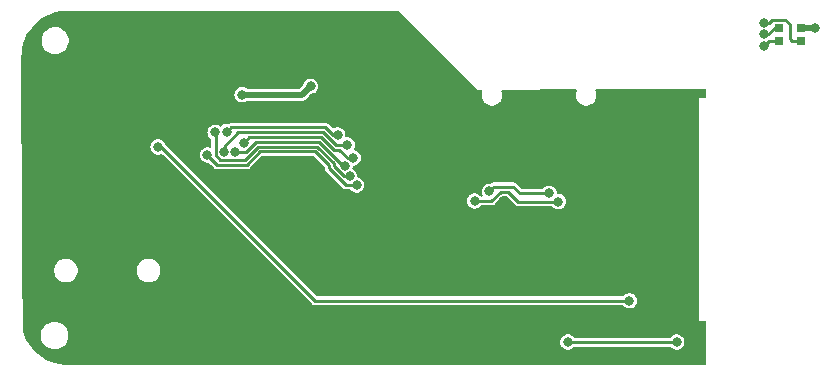
<source format=gbr>
%TF.GenerationSoftware,KiCad,Pcbnew,8.0.8-8.0.8-0~ubuntu22.04.1*%
%TF.CreationDate,2025-02-03T23:54:13+00:00*%
%TF.ProjectId,numcalcium,6e756d63-616c-4636-9975-6d2e6b696361,rev?*%
%TF.SameCoordinates,Original*%
%TF.FileFunction,Copper,L1,Top*%
%TF.FilePolarity,Positive*%
%FSLAX46Y46*%
G04 Gerber Fmt 4.6, Leading zero omitted, Abs format (unit mm)*
G04 Created by KiCad (PCBNEW 8.0.8-8.0.8-0~ubuntu22.04.1) date 2025-02-03 23:54:13*
%MOMM*%
%LPD*%
G01*
G04 APERTURE LIST*
%TA.AperFunction,SMDPad,CuDef*%
%ADD10R,0.700000X0.700000*%
%TD*%
%TA.AperFunction,ViaPad*%
%ADD11C,0.800000*%
%TD*%
%TA.AperFunction,Conductor*%
%ADD12C,0.250000*%
%TD*%
%TA.AperFunction,Conductor*%
%ADD13C,0.500000*%
%TD*%
G04 APERTURE END LIST*
D10*
%TO.P,D41,1,DOUT*%
%TO.N,/Front/LED_RETURN*%
X63655667Y42642596D03*
%TO.P,D41,2,VSS*%
%TO.N,GND*%
X63655667Y41542596D03*
%TO.P,D41,3,DIN*%
%TO.N,/Front/LED*%
X65485667Y41542596D03*
%TO.P,D41,4,VDD*%
%TO.N,/Front/VDD*%
X65485667Y42642596D03*
%TD*%
D11*
%TO.N,/Front/LED_RETURN*%
X62407293Y42111660D03*
%TO.N,/Front/LED*%
X62372717Y43071040D03*
%TO.N,GND*%
X15292000Y36236000D03*
X47992000Y21536000D03*
%TO.N,/Front/VDD*%
X66692000Y42636000D03*
%TO.N,GND*%
X62392000Y41146000D03*
%TO.N,/Front/SD_CS*%
X27900757Y29332599D03*
%TO.N,Net-(BZ1--)*%
X54999448Y16036000D03*
%TO.N,/Front/SD_CS*%
X37884757Y27982599D03*
%TO.N,GND*%
X31992000Y41536000D03*
%TO.N,/Front/VDD*%
X24000757Y37682599D03*
%TO.N,/Front/LCD_CS*%
X16916388Y33852599D03*
%TO.N,GND*%
X34784757Y36482599D03*
X10692000Y25436000D03*
X31992000Y16036000D03*
X15492000Y29936000D03*
X992000Y24236000D03*
X992000Y20036000D03*
%TO.N,/Front/MOSI*%
X44192000Y28615678D03*
%TO.N,GND*%
X7692000Y29436000D03*
%TO.N,/Front/LCD_CS*%
X26300757Y33572599D03*
%TO.N,GND*%
X36992000Y16036000D03*
X26800757Y27932599D03*
X27000757Y22532599D03*
X43492000Y36036000D03*
X6492000Y16036000D03*
%TO.N,/Front/LCD_DC*%
X18324878Y32909026D03*
%TO.N,/Front/SD_CS*%
X15272920Y31881968D03*
%TO.N,GND*%
X14492000Y28136000D03*
X27000757Y21432599D03*
X46992000Y18036000D03*
X27000757Y23632599D03*
X31992000Y21036000D03*
X24250757Y36682599D03*
X51284757Y28482599D03*
X17450757Y38955799D03*
X992000Y39036000D03*
X23492000Y41536000D03*
%TO.N,/Front/LCD_DC*%
X27600757Y31632599D03*
%TO.N,/Front/SD_CS*%
X44986678Y27930678D03*
%TO.N,GND*%
X17892000Y24836000D03*
X26992000Y16036000D03*
X6992000Y43036000D03*
X992000Y29036000D03*
X28492000Y28036000D03*
X31992000Y31536000D03*
X13492000Y41536000D03*
X1592000Y35236000D03*
X27492000Y35536000D03*
X42992000Y31536000D03*
X36992000Y21036000D03*
%TO.N,/Front/VDD*%
X18200757Y36982599D03*
%TO.N,GND*%
X18450757Y29398599D03*
X40284757Y27982599D03*
X34784757Y26982599D03*
X17692000Y27636000D03*
X50192000Y35336000D03*
%TO.N,/Front/MISO*%
X27303743Y30084382D03*
X15924911Y33787640D03*
%TO.N,/Front/CK*%
X27100757Y32732599D03*
X16642920Y32154414D03*
%TO.N,/Front/MOSI*%
X39148493Y28787601D03*
X26914064Y30961739D03*
X17602919Y32154414D03*
%TO.N,/Front/BUZZER*%
X11092000Y32567599D03*
X50992000Y19536000D03*
%TO.N,Net-(BZ1--)*%
X45792000Y16036000D03*
%TD*%
D12*
%TO.N,/Front/LCD_CS*%
X17296388Y34232599D02*
X25251848Y34232599D01*
D13*
%TO.N,/Front/VDD*%
X18200757Y36982599D02*
X23300757Y36982599D01*
X65492263Y42636000D02*
X65485667Y42642596D01*
X66692000Y42636000D02*
X65492263Y42636000D01*
D12*
%TO.N,/Front/SD_CS*%
X41597322Y27930678D02*
X40755401Y28772599D01*
X24402708Y32182599D02*
X25573646Y31011661D01*
X16095475Y31059413D02*
X18603658Y31059413D01*
X18603658Y31059413D02*
X19726844Y32182599D01*
X39312229Y27982599D02*
X37884757Y27982599D01*
X40102229Y28772599D02*
X39312229Y27982599D01*
%TO.N,/Front/LCD_CS*%
X25251848Y34232599D02*
X25911848Y33572599D01*
%TO.N,GND*%
X62788596Y41542596D02*
X63655667Y41542596D01*
%TO.N,/Front/LCD_DC*%
X18828451Y33412599D02*
X18324878Y32909026D01*
%TO.N,/Front/SD_CS*%
X26994639Y29332599D02*
X27900757Y29332599D01*
%TO.N,/Front/LCD_CS*%
X16916388Y33852599D02*
X17296388Y34232599D01*
%TO.N,GND*%
X63595670Y41482599D02*
X63655667Y41542596D01*
%TO.N,/Front/MISO*%
X19557016Y32592599D02*
X24572536Y32592599D01*
D13*
%TO.N,/Front/VDD*%
X23300757Y36982599D02*
X24000757Y37682599D01*
D12*
%TO.N,/Front/LED*%
X62814111Y43071040D02*
X63079071Y43336000D01*
%TO.N,GND*%
X62392000Y41146000D02*
X62788596Y41542596D01*
%TO.N,/Front/LED_RETURN*%
X62407293Y42111660D02*
X62767660Y42111660D01*
%TO.N,/Front/SD_CS*%
X25573646Y30753592D02*
X26994639Y29332599D01*
%TO.N,/Front/LED*%
X64785404Y41542596D02*
X65485667Y41542596D01*
%TO.N,/Front/SD_CS*%
X15272920Y31881968D02*
X16095475Y31059413D01*
%TO.N,/Front/LCD_CS*%
X25911848Y33572599D02*
X26300757Y33572599D01*
%TO.N,/Front/LED*%
X64592000Y42936000D02*
X64592000Y41736000D01*
X62372717Y43071040D02*
X62814111Y43071040D01*
X63079071Y43336000D02*
X64192000Y43336000D01*
X64592000Y41736000D02*
X64785404Y41542596D01*
X64192000Y43336000D02*
X64592000Y42936000D01*
%TO.N,/Front/LED_RETURN*%
X62767660Y42111660D02*
X63298596Y42642596D01*
X63298596Y42642596D02*
X63655667Y42642596D01*
%TO.N,/Front/LCD_DC*%
X26444758Y32322598D02*
X26002193Y32322598D01*
X24912192Y33412599D02*
X18828451Y33412599D01*
X27600757Y31632599D02*
X27134757Y31632599D01*
X26002193Y32322598D02*
X24912192Y33412599D01*
X27134757Y31632599D02*
X26444758Y32322598D01*
%TO.N,/Front/MISO*%
X15957920Y31870080D02*
X16358586Y31469414D01*
X18433831Y31469414D02*
X19557016Y32592599D01*
X15924911Y33787640D02*
X15957920Y33754631D01*
X15957920Y33754631D02*
X15957920Y31870080D01*
X24572536Y32592599D02*
X25983647Y31181488D01*
X25983647Y30923419D02*
X26822684Y30084382D01*
X16358586Y31469414D02*
X18433831Y31469414D01*
X26822684Y30084382D02*
X27303743Y30084382D01*
X25983647Y31181488D02*
X25983647Y30923419D01*
%TO.N,/Front/CK*%
X17874757Y33822599D02*
X25082020Y33822599D01*
X25082020Y33822599D02*
X26172020Y32732599D01*
X26172020Y32732599D02*
X27100757Y32732599D01*
X16642920Y32154414D02*
X16642920Y32590762D01*
X16642920Y32590762D02*
X17874757Y33822599D01*
%TO.N,/Front/MOSI*%
X26783224Y30961739D02*
X26914064Y30961739D01*
X39543491Y29182599D02*
X39148493Y28787601D01*
X44192000Y28615678D02*
X41712322Y28615678D01*
X24742364Y33002599D02*
X26783224Y30961739D01*
X41712322Y28615678D02*
X41145401Y29182599D01*
X18539003Y32154414D02*
X19387188Y33002599D01*
X17602919Y32154414D02*
X18539003Y32154414D01*
X41145401Y29182599D02*
X39543491Y29182599D01*
X19387188Y33002599D02*
X24742364Y33002599D01*
%TO.N,/Front/SD_CS*%
X40755401Y28772599D02*
X40102229Y28772599D01*
X25573646Y31011661D02*
X25573646Y30753592D01*
X19726844Y32182599D02*
X24402708Y32182599D01*
X44986678Y27930678D02*
X41597322Y27930678D01*
%TO.N,/Front/BUZZER*%
X11360401Y32567599D02*
X24392000Y19536000D01*
X24392000Y19536000D02*
X50992000Y19536000D01*
X11092000Y32567599D02*
X11360401Y32567599D01*
%TO.N,Net-(BZ1--)*%
X45892000Y15936000D02*
X45792000Y16036000D01*
X54999448Y16036000D02*
X45792000Y16036000D01*
%TD*%
%TA.AperFunction,Conductor*%
%TO.N,GND*%
G36*
X31485231Y44082751D02*
G01*
X31497234Y44072471D01*
X38150757Y37382599D01*
X38445495Y37384378D01*
X38503798Y37365822D01*
X38540060Y37316540D01*
X38540430Y37255356D01*
X38537558Y37247499D01*
X38512902Y37187973D01*
X38512902Y37187972D01*
X38512901Y37187969D01*
X38479257Y37018830D01*
X38479257Y36846367D01*
X38512902Y36677225D01*
X38512902Y36677223D01*
X38578896Y36517898D01*
X38578903Y36517887D01*
X38674712Y36374500D01*
X38674715Y36374496D01*
X38796654Y36252557D01*
X38796658Y36252554D01*
X38940044Y36156744D01*
X38940056Y36156738D01*
X39099382Y36090744D01*
X39268525Y36057099D01*
X39268528Y36057099D01*
X39440988Y36057099D01*
X39553749Y36079529D01*
X39610131Y36090744D01*
X39610132Y36090744D01*
X39769457Y36156738D01*
X39769469Y36156744D01*
X39872006Y36225259D01*
X39912856Y36252554D01*
X40034802Y36374500D01*
X40106389Y36481637D01*
X40130611Y36517887D01*
X40130617Y36517898D01*
X40196611Y36677223D01*
X40196612Y36677225D01*
X40230257Y36846370D01*
X40230257Y37018828D01*
X40196612Y37187973D01*
X40167421Y37258444D01*
X40162621Y37319437D01*
X40194590Y37371607D01*
X40251118Y37395022D01*
X40258288Y37395325D01*
X46445505Y37432689D01*
X46503809Y37414134D01*
X46540071Y37364852D01*
X46540441Y37303667D01*
X46537567Y37295806D01*
X46492902Y37187974D01*
X46492902Y37187972D01*
X46459257Y37018830D01*
X46459257Y36846367D01*
X46492902Y36677225D01*
X46492902Y36677223D01*
X46558896Y36517898D01*
X46558903Y36517887D01*
X46654712Y36374500D01*
X46654715Y36374496D01*
X46776654Y36252557D01*
X46776658Y36252554D01*
X46920044Y36156744D01*
X46920056Y36156738D01*
X47079382Y36090744D01*
X47248525Y36057099D01*
X47248528Y36057099D01*
X47420988Y36057099D01*
X47533749Y36079529D01*
X47590131Y36090744D01*
X47590132Y36090744D01*
X47749457Y36156738D01*
X47749469Y36156744D01*
X47852006Y36225259D01*
X47892856Y36252554D01*
X48014802Y36374500D01*
X48086389Y36481637D01*
X48110611Y36517887D01*
X48110617Y36517898D01*
X48176611Y36677223D01*
X48176612Y36677225D01*
X48210257Y36846370D01*
X48210257Y37018828D01*
X48176612Y37187973D01*
X48127510Y37306513D01*
X48122710Y37367509D01*
X48154680Y37419678D01*
X48211208Y37443093D01*
X48218377Y37443396D01*
X57392402Y37498797D01*
X57450706Y37480242D01*
X57486968Y37430960D01*
X57492000Y37399799D01*
X57492000Y36783199D01*
X57473093Y36725008D01*
X57423593Y36689044D01*
X57393000Y36684199D01*
X56892001Y36684199D01*
X56892000Y36684199D01*
X56892000Y17841399D01*
X56892001Y17841399D01*
X57393000Y17841399D01*
X57451191Y17822492D01*
X57487155Y17772992D01*
X57492000Y17742399D01*
X57492000Y14228642D01*
X57473093Y14170451D01*
X57423593Y14134487D01*
X57393000Y14129642D01*
X3388977Y14129642D01*
X3387725Y14129650D01*
X3190621Y14132142D01*
X3181538Y14132675D01*
X2788839Y14173949D01*
X2778630Y14175565D01*
X2393006Y14257532D01*
X2383023Y14260207D01*
X2008071Y14382035D01*
X1998437Y14385734D01*
X1638288Y14546082D01*
X1629064Y14550781D01*
X1287645Y14747899D01*
X1278981Y14753526D01*
X960024Y14985262D01*
X952003Y14991759D01*
X659025Y15255556D01*
X651717Y15262864D01*
X387919Y15555841D01*
X381423Y15563861D01*
X149683Y15882826D01*
X144056Y15891492D01*
X-53057Y16232903D01*
X-57756Y16242124D01*
X-218094Y16602254D01*
X-221808Y16611927D01*
X-248218Y16693207D01*
X1162739Y16693207D01*
X1162739Y16477870D01*
X1202306Y16266202D01*
X1202307Y16266200D01*
X1280096Y16065404D01*
X1387769Y15891505D01*
X1393456Y15882320D01*
X1538532Y15723179D01*
X1710363Y15593420D01*
X1710378Y15593411D01*
X1903130Y15497432D01*
X1903132Y15497431D01*
X1903133Y15497431D01*
X2110249Y15438501D01*
X2324668Y15418632D01*
X2539087Y15438501D01*
X2746203Y15497431D01*
X2938965Y15593415D01*
X2949633Y15601471D01*
X3110803Y15723179D01*
X3118367Y15731476D01*
X3255880Y15882320D01*
X3351035Y16036001D01*
X45136722Y16036001D01*
X45136722Y16035998D01*
X45155762Y15879183D01*
X45155763Y15879182D01*
X45211780Y15731476D01*
X45301515Y15601471D01*
X45419758Y15496718D01*
X45559635Y15423303D01*
X45713012Y15385500D01*
X45713015Y15385500D01*
X45870987Y15385500D01*
X46024364Y15423303D01*
X46094302Y15460010D01*
X46164240Y15496717D01*
X46282483Y15601470D01*
X46293712Y15617738D01*
X46342328Y15654888D01*
X46375188Y15660500D01*
X54416260Y15660500D01*
X54474451Y15641593D01*
X54497736Y15617738D01*
X54508963Y15601471D01*
X54627206Y15496718D01*
X54767083Y15423303D01*
X54920460Y15385500D01*
X54920463Y15385500D01*
X55078435Y15385500D01*
X55231812Y15423303D01*
X55301750Y15460010D01*
X55371688Y15496717D01*
X55489931Y15601470D01*
X55579668Y15731477D01*
X55635685Y15879182D01*
X55654726Y16036000D01*
X55635685Y16192818D01*
X55579668Y16340523D01*
X55489931Y16470530D01*
X55371688Y16575283D01*
X55231813Y16648696D01*
X55078433Y16686500D01*
X54920463Y16686500D01*
X54767083Y16648696D01*
X54627208Y16575283D01*
X54627206Y16575281D01*
X54508963Y16470528D01*
X54497736Y16454262D01*
X54449120Y16417112D01*
X54416260Y16411500D01*
X46375188Y16411500D01*
X46316997Y16430407D01*
X46293712Y16454262D01*
X46282484Y16470528D01*
X46282483Y16470530D01*
X46164240Y16575283D01*
X46024365Y16648696D01*
X45870985Y16686500D01*
X45713015Y16686500D01*
X45559635Y16648696D01*
X45419760Y16575283D01*
X45419758Y16575281D01*
X45301515Y16470528D01*
X45211780Y16340523D01*
X45174463Y16242124D01*
X45155763Y16192817D01*
X45155762Y16192816D01*
X45136722Y16036001D01*
X3351035Y16036001D01*
X3369240Y16065404D01*
X3447029Y16266200D01*
X3486597Y16477870D01*
X3489081Y16585539D01*
X3486597Y16693208D01*
X3447029Y16904878D01*
X3369240Y17105674D01*
X3255880Y17288758D01*
X3110808Y17447894D01*
X2938965Y17577663D01*
X2746203Y17673647D01*
X2539087Y17732577D01*
X2324668Y17752446D01*
X2110249Y17732577D01*
X1903133Y17673647D01*
X1710371Y17577663D01*
X1710363Y17577657D01*
X1538532Y17447898D01*
X1538529Y17447894D01*
X1538528Y17447894D01*
X1393456Y17288758D01*
X1280096Y17105674D01*
X1202307Y16904878D01*
X1202306Y16904875D01*
X1162739Y16693207D01*
X-248218Y16693207D01*
X-343628Y16986850D01*
X-346310Y16996861D01*
X-372186Y17118604D01*
X-374347Y17138568D01*
X-405836Y22184543D01*
X2291500Y22184543D01*
X2291500Y21987456D01*
X2329949Y21794165D01*
X2329949Y21794163D01*
X2405367Y21612086D01*
X2514861Y21448218D01*
X2514864Y21448214D01*
X2654214Y21308864D01*
X2654218Y21308861D01*
X2818086Y21199367D01*
X3000164Y21123949D01*
X3193456Y21085500D01*
X3193459Y21085500D01*
X3390543Y21085500D01*
X3519403Y21111132D01*
X3583835Y21123949D01*
X3583836Y21123949D01*
X3765913Y21199367D01*
X3820288Y21235699D01*
X3929782Y21308861D01*
X4069139Y21448218D01*
X4178632Y21612086D01*
X4254051Y21794165D01*
X4292500Y21987459D01*
X4292500Y22184541D01*
X4292500Y22184543D01*
X9291500Y22184543D01*
X9291500Y21987456D01*
X9329949Y21794165D01*
X9329949Y21794163D01*
X9405367Y21612086D01*
X9514861Y21448218D01*
X9514864Y21448214D01*
X9654214Y21308864D01*
X9654218Y21308861D01*
X9818086Y21199367D01*
X10000164Y21123949D01*
X10193456Y21085500D01*
X10193459Y21085500D01*
X10390543Y21085500D01*
X10519403Y21111132D01*
X10583835Y21123949D01*
X10583836Y21123949D01*
X10765913Y21199367D01*
X10820288Y21235699D01*
X10929782Y21308861D01*
X11069139Y21448218D01*
X11178632Y21612086D01*
X11254051Y21794165D01*
X11292500Y21987459D01*
X11292500Y22184541D01*
X11254051Y22377835D01*
X11178632Y22559914D01*
X11069139Y22723782D01*
X10929782Y22863139D01*
X10765914Y22972632D01*
X10583835Y23048051D01*
X10390541Y23086500D01*
X10193459Y23086500D01*
X10000165Y23048051D01*
X9818086Y22972632D01*
X9654218Y22863139D01*
X9514861Y22723782D01*
X9441699Y22614288D01*
X9405367Y22559913D01*
X9329949Y22377836D01*
X9329949Y22377834D01*
X9291500Y22184543D01*
X4292500Y22184543D01*
X4254051Y22377835D01*
X4178632Y22559914D01*
X4069139Y22723782D01*
X3929782Y22863139D01*
X3765914Y22972632D01*
X3583835Y23048051D01*
X3390541Y23086500D01*
X3193459Y23086500D01*
X3000165Y23048051D01*
X2818086Y22972632D01*
X2654218Y22863139D01*
X2514861Y22723782D01*
X2441699Y22614288D01*
X2405367Y22559913D01*
X2329949Y22377836D01*
X2329949Y22377834D01*
X2291500Y22184543D01*
X-405836Y22184543D01*
X-470630Y32567600D01*
X10436722Y32567600D01*
X10436722Y32567597D01*
X10455762Y32410782D01*
X10455763Y32410781D01*
X10511780Y32263075D01*
X10601515Y32133070D01*
X10719758Y32028317D01*
X10859635Y31954902D01*
X11013012Y31917099D01*
X11013015Y31917099D01*
X11170987Y31917099D01*
X11324365Y31954903D01*
X11337050Y31961560D01*
X11397363Y31971859D01*
X11452210Y31944740D01*
X11453059Y31943902D01*
X24091525Y19305438D01*
X24091524Y19305437D01*
X24161438Y19235524D01*
X24247058Y19186091D01*
X24247062Y19186089D01*
X24294812Y19173294D01*
X24294813Y19173295D01*
X24342564Y19160500D01*
X24342565Y19160500D01*
X50408812Y19160500D01*
X50467003Y19141593D01*
X50490288Y19117738D01*
X50501515Y19101471D01*
X50619758Y18996718D01*
X50759635Y18923303D01*
X50913012Y18885500D01*
X50913015Y18885500D01*
X51070987Y18885500D01*
X51224364Y18923303D01*
X51294302Y18960010D01*
X51364240Y18996717D01*
X51482483Y19101470D01*
X51572220Y19231477D01*
X51628237Y19379182D01*
X51647278Y19536000D01*
X51628237Y19692818D01*
X51572220Y19840523D01*
X51482483Y19970530D01*
X51364240Y20075283D01*
X51224365Y20148696D01*
X51070985Y20186500D01*
X50913015Y20186500D01*
X50759635Y20148696D01*
X50619760Y20075283D01*
X50619758Y20075281D01*
X50501515Y19970528D01*
X50490288Y19954262D01*
X50441672Y19917112D01*
X50408812Y19911500D01*
X24588545Y19911500D01*
X24530354Y19930407D01*
X24518541Y19940496D01*
X16476436Y27982600D01*
X37229479Y27982600D01*
X37229479Y27982597D01*
X37248519Y27825782D01*
X37248520Y27825781D01*
X37304537Y27678075D01*
X37394272Y27548070D01*
X37512515Y27443317D01*
X37652392Y27369902D01*
X37805769Y27332099D01*
X37805772Y27332099D01*
X37963744Y27332099D01*
X38117121Y27369902D01*
X38187059Y27406609D01*
X38256997Y27443316D01*
X38375240Y27548069D01*
X38386469Y27564337D01*
X38435085Y27601487D01*
X38467945Y27607099D01*
X39361667Y27607099D01*
X39409413Y27619893D01*
X39409414Y27619893D01*
X39457163Y27632687D01*
X39457170Y27632690D01*
X39542790Y27682123D01*
X39612704Y27752036D01*
X39612704Y27752037D01*
X40228771Y28368103D01*
X40283288Y28395880D01*
X40298775Y28397099D01*
X40558856Y28397099D01*
X40617047Y28378192D01*
X40628860Y28368103D01*
X41296847Y27700116D01*
X41296846Y27700115D01*
X41366760Y27630202D01*
X41452380Y27580769D01*
X41452382Y27580768D01*
X41497812Y27568594D01*
X41497813Y27568595D01*
X41522850Y27561886D01*
X41547886Y27555178D01*
X41547887Y27555178D01*
X44403490Y27555178D01*
X44461681Y27536271D01*
X44484966Y27512416D01*
X44496193Y27496149D01*
X44614436Y27391396D01*
X44754313Y27317981D01*
X44907690Y27280178D01*
X44907693Y27280178D01*
X45065665Y27280178D01*
X45219042Y27317981D01*
X45317969Y27369903D01*
X45358918Y27391395D01*
X45477161Y27496148D01*
X45566898Y27626155D01*
X45622915Y27773860D01*
X45641956Y27930678D01*
X45622915Y28087496D01*
X45566898Y28235201D01*
X45477161Y28365208D01*
X45358918Y28469961D01*
X45219043Y28543374D01*
X45065663Y28581178D01*
X44939173Y28581178D01*
X44880982Y28600085D01*
X44845018Y28649585D01*
X44840895Y28668245D01*
X44828237Y28772494D01*
X44828237Y28772496D01*
X44772220Y28920201D01*
X44682483Y29050208D01*
X44564240Y29154961D01*
X44424365Y29228374D01*
X44270985Y29266178D01*
X44113015Y29266178D01*
X43959635Y29228374D01*
X43819760Y29154961D01*
X43819758Y29154959D01*
X43701515Y29050206D01*
X43690288Y29033940D01*
X43641672Y28996790D01*
X43608812Y28991178D01*
X41908867Y28991178D01*
X41850676Y29010085D01*
X41838863Y29020174D01*
X41375964Y29483073D01*
X41375965Y29483073D01*
X41290342Y29532507D01*
X41290339Y29532509D01*
X41242587Y29545304D01*
X41194837Y29558099D01*
X41194836Y29558099D01*
X39592927Y29558099D01*
X39494055Y29558099D01*
X39398554Y29532510D01*
X39398551Y29532508D01*
X39398549Y29532508D01*
X39312933Y29483077D01*
X39312931Y29483075D01*
X39312929Y29483074D01*
X39296950Y29467095D01*
X39242436Y29439320D01*
X39226949Y29438101D01*
X39069508Y29438101D01*
X38916128Y29400297D01*
X38776253Y29326884D01*
X38707730Y29266178D01*
X38658008Y29222129D01*
X38568273Y29092124D01*
X38526770Y28982688D01*
X38512256Y28944418D01*
X38512255Y28944417D01*
X38493215Y28787602D01*
X38493215Y28787599D01*
X38512255Y28630784D01*
X38512256Y28630783D01*
X38553557Y28521880D01*
X38564812Y28492205D01*
X38567768Y28431091D01*
X38534237Y28379911D01*
X38477028Y28358215D01*
X38472245Y28358099D01*
X38467945Y28358099D01*
X38409754Y28377006D01*
X38386469Y28400861D01*
X38375241Y28417127D01*
X38375240Y28417129D01*
X38256997Y28521882D01*
X38117122Y28595295D01*
X37963742Y28633099D01*
X37805772Y28633099D01*
X37652392Y28595295D01*
X37512517Y28521882D01*
X37453908Y28469959D01*
X37394272Y28417127D01*
X37304537Y28287122D01*
X37248520Y28139416D01*
X37248519Y28139415D01*
X37229479Y27982600D01*
X16476436Y27982600D01*
X14969619Y29489417D01*
X12577066Y31881969D01*
X14617642Y31881969D01*
X14617642Y31881966D01*
X14636682Y31725151D01*
X14636683Y31725150D01*
X14692700Y31577444D01*
X14782435Y31447439D01*
X14900678Y31342686D01*
X15040555Y31269271D01*
X15193932Y31231468D01*
X15351375Y31231468D01*
X15409566Y31212561D01*
X15421372Y31202477D01*
X15603948Y31019903D01*
X15795000Y30828851D01*
X15794999Y30828850D01*
X15864913Y30758937D01*
X15950533Y30709504D01*
X15950540Y30709501D01*
X15996907Y30697077D01*
X15996908Y30697078D01*
X16046039Y30683913D01*
X16046040Y30683913D01*
X18653096Y30683913D01*
X18702223Y30697077D01*
X18702224Y30697077D01*
X18748592Y30709501D01*
X18748599Y30709504D01*
X18834219Y30758937D01*
X18904133Y30828850D01*
X18904133Y30828851D01*
X19853386Y31778103D01*
X19907903Y31805880D01*
X19923390Y31807099D01*
X24206163Y31807099D01*
X24264354Y31788192D01*
X24276167Y31778103D01*
X25169150Y30885120D01*
X25196927Y30830603D01*
X25198146Y30815116D01*
X25198146Y30704157D01*
X25207832Y30668008D01*
X25223737Y30608649D01*
X25273171Y30523029D01*
X25273171Y30523028D01*
X25273172Y30523029D01*
X26764081Y29032120D01*
X26849698Y28982689D01*
X26849696Y28982689D01*
X26900447Y28969090D01*
X26945203Y28957099D01*
X26945204Y28957099D01*
X27317569Y28957099D01*
X27375760Y28938192D01*
X27399045Y28914337D01*
X27410272Y28898070D01*
X27528515Y28793317D01*
X27668392Y28719902D01*
X27821769Y28682099D01*
X27821772Y28682099D01*
X27979744Y28682099D01*
X28133121Y28719902D01*
X28262104Y28787599D01*
X28272997Y28793316D01*
X28391240Y28898069D01*
X28480977Y29028076D01*
X28536994Y29175781D01*
X28556035Y29332599D01*
X28536994Y29489417D01*
X28480977Y29637122D01*
X28391240Y29767129D01*
X28272997Y29871882D01*
X28133122Y29945295D01*
X28032836Y29970012D01*
X27980865Y30002294D01*
X27957792Y30058962D01*
X27958253Y30078064D01*
X27959021Y30084382D01*
X27939980Y30241200D01*
X27883963Y30388905D01*
X27794226Y30518912D01*
X27675983Y30623665D01*
X27591492Y30668009D01*
X27548756Y30711792D01*
X27539915Y30772335D01*
X27544936Y30790775D01*
X27550299Y30804917D01*
X27550301Y30804922D01*
X27553206Y30828850D01*
X27561242Y30895033D01*
X27587025Y30950519D01*
X27640499Y30980255D01*
X27659520Y30982099D01*
X27679744Y30982099D01*
X27833121Y31019902D01*
X27903059Y31056609D01*
X27972997Y31093316D01*
X28091240Y31198069D01*
X28180977Y31328076D01*
X28236994Y31475781D01*
X28256035Y31632599D01*
X28236994Y31789417D01*
X28180977Y31937122D01*
X28091240Y32067129D01*
X27972997Y32171882D01*
X27833122Y32245295D01*
X27734531Y32269594D01*
X27682561Y32301876D01*
X27659487Y32358544D01*
X27674129Y32417951D01*
X27676751Y32421953D01*
X27680975Y32428072D01*
X27680975Y32428073D01*
X27680977Y32428076D01*
X27736994Y32575781D01*
X27743341Y32628053D01*
X27756035Y32732597D01*
X27756035Y32732600D01*
X27736994Y32889415D01*
X27736994Y32889417D01*
X27680977Y33037122D01*
X27591240Y33167129D01*
X27472997Y33271882D01*
X27333122Y33345295D01*
X27179742Y33383099D01*
X27044773Y33383099D01*
X26986582Y33402006D01*
X26950618Y33451506D01*
X26946495Y33494033D01*
X26956035Y33572599D01*
X26956035Y33572600D01*
X26949688Y33624871D01*
X26936994Y33729417D01*
X26880977Y33877122D01*
X26791240Y34007129D01*
X26672997Y34111882D01*
X26533122Y34185295D01*
X26379742Y34223099D01*
X26221772Y34223099D01*
X26068392Y34185295D01*
X25976678Y34137159D01*
X25916366Y34126858D01*
X25861518Y34153974D01*
X25860761Y34154721D01*
X25550189Y34465295D01*
X25482419Y34533066D01*
X25482412Y34533073D01*
X25396789Y34582507D01*
X25396786Y34582509D01*
X25349034Y34595304D01*
X25301284Y34608099D01*
X25301283Y34608099D01*
X17345824Y34608099D01*
X17246952Y34608099D01*
X17199201Y34595304D01*
X17199200Y34595304D01*
X17151450Y34582509D01*
X17151446Y34582507D01*
X17065824Y34533073D01*
X17065825Y34533073D01*
X17064847Y34532095D01*
X17063961Y34531643D01*
X17060676Y34529123D01*
X17060208Y34529731D01*
X17010330Y34504318D01*
X16994843Y34503099D01*
X16837403Y34503099D01*
X16684023Y34465295D01*
X16544148Y34391882D01*
X16544146Y34391880D01*
X16449635Y34308152D01*
X16393540Y34283717D01*
X16333797Y34296920D01*
X16318344Y34308147D01*
X16297151Y34326923D01*
X16157276Y34400336D01*
X16003896Y34438140D01*
X15845926Y34438140D01*
X15692546Y34400336D01*
X15552671Y34326923D01*
X15507753Y34287129D01*
X15434426Y34222168D01*
X15344691Y34092163D01*
X15288674Y33944457D01*
X15288673Y33944456D01*
X15269633Y33787641D01*
X15269633Y33787638D01*
X15288673Y33630823D01*
X15288674Y33630822D01*
X15344691Y33483116D01*
X15434428Y33353109D01*
X15434429Y33353107D01*
X15549069Y33251546D01*
X15580088Y33198807D01*
X15582420Y33177444D01*
X15582420Y32602015D01*
X15563513Y32543824D01*
X15514013Y32507860D01*
X15459729Y32505892D01*
X15351905Y32532468D01*
X15193935Y32532468D01*
X15040555Y32494664D01*
X14900680Y32421251D01*
X14900678Y32421249D01*
X14782435Y32316496D01*
X14745562Y32263075D01*
X14692700Y32186491D01*
X14647432Y32067127D01*
X14636683Y32038785D01*
X14636682Y32038784D01*
X14617642Y31881969D01*
X12577066Y31881969D01*
X11739361Y32719674D01*
X11716801Y32754568D01*
X11672220Y32872122D01*
X11582483Y33002129D01*
X11464240Y33106882D01*
X11324365Y33180295D01*
X11170985Y33218099D01*
X11013015Y33218099D01*
X10859635Y33180295D01*
X10719760Y33106882D01*
X10641017Y33037122D01*
X10601515Y33002127D01*
X10574575Y32963097D01*
X10511780Y32872122D01*
X10458866Y32732597D01*
X10455763Y32724416D01*
X10455762Y32724415D01*
X10436722Y32567600D01*
X-470630Y32567600D01*
X-474194Y33138796D01*
X-474196Y33139414D01*
X-474196Y36982600D01*
X17545479Y36982600D01*
X17545479Y36982597D01*
X17564519Y36825782D01*
X17564520Y36825781D01*
X17620537Y36678075D01*
X17710272Y36548070D01*
X17828515Y36443317D01*
X17968392Y36369902D01*
X18121769Y36332099D01*
X18121772Y36332099D01*
X18279744Y36332099D01*
X18433121Y36369902D01*
X18503059Y36406609D01*
X18572997Y36443316D01*
X18588670Y36457201D01*
X18644764Y36481637D01*
X18654320Y36482099D01*
X23366647Y36482099D01*
X23366649Y36482099D01*
X23493943Y36516207D01*
X23493947Y36516208D01*
X23608066Y36582095D01*
X23608071Y36582099D01*
X24031469Y37005496D01*
X24077780Y37031615D01*
X24233121Y37069902D01*
X24365564Y37139415D01*
X24372997Y37143316D01*
X24491240Y37248069D01*
X24498400Y37258441D01*
X24571849Y37364852D01*
X24580977Y37378076D01*
X24636994Y37525781D01*
X24643341Y37578053D01*
X24656035Y37682597D01*
X24656035Y37682600D01*
X24649688Y37734871D01*
X24636994Y37839417D01*
X24580977Y37987122D01*
X24491240Y38117129D01*
X24372997Y38221882D01*
X24233122Y38295295D01*
X24079742Y38333099D01*
X23921772Y38333099D01*
X23768392Y38295295D01*
X23628517Y38221882D01*
X23628515Y38221880D01*
X23510272Y38117127D01*
X23420537Y37987122D01*
X23364520Y37839416D01*
X23364520Y37839415D01*
X23356857Y37776309D01*
X23331073Y37720822D01*
X23328583Y37718239D01*
X23122439Y37512095D01*
X23067922Y37484318D01*
X23052435Y37483099D01*
X18654320Y37483099D01*
X18596129Y37502006D01*
X18588670Y37507997D01*
X18584044Y37512095D01*
X18572997Y37521882D01*
X18433122Y37595295D01*
X18279742Y37633099D01*
X18121772Y37633099D01*
X17968392Y37595295D01*
X17828517Y37521882D01*
X17713152Y37419678D01*
X17710272Y37417127D01*
X17676024Y37367509D01*
X17620537Y37287122D01*
X17582934Y37187969D01*
X17564520Y37139416D01*
X17564519Y37139415D01*
X17545479Y36982600D01*
X-474196Y36982600D01*
X-474196Y40238477D01*
X-474187Y40239775D01*
X-471604Y40436831D01*
X-471071Y40445881D01*
X-429798Y40838578D01*
X-428177Y40848813D01*
X-346218Y41234399D01*
X-343536Y41244409D01*
X-221719Y41619322D01*
X-218005Y41628996D01*
X-200890Y41667437D01*
X1235333Y41667437D01*
X1235333Y41455846D01*
X1274212Y41247860D01*
X1274213Y41247858D01*
X1350649Y41050555D01*
X1462037Y40870656D01*
X1462039Y40870653D01*
X1604587Y40714286D01*
X1773437Y40586777D01*
X1773446Y40586772D01*
X1962844Y40492463D01*
X1962846Y40492462D01*
X1962847Y40492462D01*
X2166361Y40434557D01*
X2377050Y40415034D01*
X2587739Y40434557D01*
X2791253Y40492462D01*
X2980661Y40586776D01*
X3149515Y40714288D01*
X3292063Y40870656D01*
X3403451Y41050555D01*
X3479887Y41247858D01*
X3518767Y41455846D01*
X3521207Y41561642D01*
X3518767Y41667438D01*
X3479887Y41875426D01*
X3403451Y42072729D01*
X3292063Y42252628D01*
X3149515Y42408996D01*
X2980661Y42536508D01*
X2791253Y42630822D01*
X2587739Y42688727D01*
X2377050Y42708250D01*
X2166361Y42688727D01*
X1962847Y42630822D01*
X1773439Y42536508D01*
X1604585Y42408996D01*
X1462037Y42252628D01*
X1350649Y42072729D01*
X1274213Y41875426D01*
X1274212Y41875423D01*
X1235333Y41667437D01*
X-200890Y41667437D01*
X-57674Y41989109D01*
X-52970Y41998342D01*
X144132Y42339734D01*
X149776Y42348425D01*
X381490Y42667353D01*
X388001Y42675392D01*
X651776Y42968343D01*
X659103Y42975670D01*
X694556Y43007592D01*
X952052Y43239443D01*
X960100Y43245961D01*
X1279027Y43477675D01*
X1287718Y43483318D01*
X1629095Y43680413D01*
X1638328Y43685118D01*
X1998449Y43845454D01*
X2008123Y43849168D01*
X2383036Y43970985D01*
X2393046Y43973667D01*
X2778632Y44055626D01*
X2788867Y44057247D01*
X3181553Y44098520D01*
X3190605Y44099054D01*
X3376599Y44101488D01*
X3387748Y44101634D01*
X3389041Y44101642D01*
X31427040Y44101658D01*
X31485231Y44082751D01*
G37*
%TD.AperFunction*%
%TD*%
M02*

</source>
